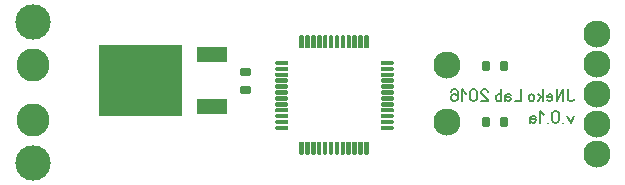
<source format=gbr>
%FSLAX32Y32*%
%MOMM*%
%LNLOETSTOP2*%
G71*
G01*
%ADD10C, 3.00*%
%ADD11C, 2.80*%
%ADD12C, 2.30*%
%ADD13C, 0.00*%
%ADD14C, 2.30*%
%ADD15C, 0.17*%
%LPD*%
X159Y1341D02*
G54D10*
D03*
X159Y151D02*
G54D10*
D03*
X159Y976D02*
G54D11*
D03*
X159Y516D02*
G54D11*
D03*
X4937Y1246D02*
G54D12*
D03*
X4937Y992D02*
G54D12*
D03*
X4937Y738D02*
G54D12*
D03*
X4937Y484D02*
G54D12*
D03*
G36*
X2990Y253D02*
X2970Y253D01*
X2970Y303D01*
X2990Y303D01*
X2990Y253D01*
G37*
G36*
X2990Y1153D02*
X2970Y1153D01*
X2970Y1203D01*
X2990Y1203D01*
X2990Y1153D01*
G37*
G36*
X2940Y253D02*
X2920Y253D01*
X2920Y303D01*
X2940Y303D01*
X2940Y253D01*
G37*
G36*
X2940Y1153D02*
X2920Y1153D01*
X2920Y1203D01*
X2940Y1203D01*
X2940Y1153D01*
G37*
G36*
X2890Y253D02*
X2870Y253D01*
X2870Y303D01*
X2890Y303D01*
X2890Y253D01*
G37*
G36*
X2890Y1153D02*
X2870Y1153D01*
X2870Y1203D01*
X2890Y1203D01*
X2890Y1153D01*
G37*
G36*
X2840Y253D02*
X2820Y253D01*
X2820Y303D01*
X2840Y303D01*
X2840Y253D01*
G37*
G36*
X2840Y1153D02*
X2820Y1153D01*
X2820Y1203D01*
X2840Y1203D01*
X2840Y1153D01*
G37*
G36*
X2790Y253D02*
X2770Y253D01*
X2770Y303D01*
X2790Y303D01*
X2790Y253D01*
G37*
G36*
X2790Y1153D02*
X2770Y1153D01*
X2770Y1203D01*
X2790Y1203D01*
X2790Y1153D01*
G37*
G36*
X2740Y253D02*
X2720Y253D01*
X2720Y303D01*
X2740Y303D01*
X2740Y253D01*
G37*
G36*
X2740Y1153D02*
X2720Y1153D01*
X2720Y1203D01*
X2740Y1203D01*
X2740Y1153D01*
G37*
G36*
X2690Y253D02*
X2670Y253D01*
X2670Y303D01*
X2690Y303D01*
X2690Y253D01*
G37*
G36*
X2690Y1153D02*
X2670Y1153D01*
X2670Y1203D01*
X2690Y1203D01*
X2690Y1153D01*
G37*
G36*
X2640Y253D02*
X2620Y253D01*
X2620Y303D01*
X2640Y303D01*
X2640Y253D01*
G37*
G36*
X2640Y1153D02*
X2620Y1153D01*
X2620Y1203D01*
X2640Y1203D01*
X2640Y1153D01*
G37*
G36*
X2590Y253D02*
X2570Y253D01*
X2570Y303D01*
X2590Y303D01*
X2590Y253D01*
G37*
G36*
X2590Y1153D02*
X2570Y1153D01*
X2570Y1203D01*
X2590Y1203D01*
X2590Y1153D01*
G37*
G36*
X2540Y253D02*
X2520Y253D01*
X2520Y303D01*
X2540Y303D01*
X2540Y253D01*
G37*
G36*
X2540Y1153D02*
X2520Y1153D01*
X2520Y1203D01*
X2540Y1203D01*
X2540Y1153D01*
G37*
G36*
X2490Y253D02*
X2470Y253D01*
X2470Y303D01*
X2490Y303D01*
X2490Y253D01*
G37*
G36*
X2490Y1153D02*
X2470Y1153D01*
X2470Y1203D01*
X2490Y1203D01*
X2490Y1153D01*
G37*
G36*
X2440Y253D02*
X2420Y253D01*
X2420Y303D01*
X2440Y303D01*
X2440Y253D01*
G37*
G36*
X2440Y1153D02*
X2420Y1153D01*
X2420Y1203D01*
X2440Y1203D01*
X2440Y1153D01*
G37*
G36*
X3180Y463D02*
X3180Y443D01*
X3130Y443D01*
X3130Y463D01*
X3180Y463D01*
G37*
G36*
X2280Y463D02*
X2280Y443D01*
X2230Y443D01*
X2230Y463D01*
X2280Y463D01*
G37*
G36*
X3180Y513D02*
X3180Y493D01*
X3130Y493D01*
X3130Y513D01*
X3180Y513D01*
G37*
G36*
X2280Y513D02*
X2280Y493D01*
X2230Y493D01*
X2230Y513D01*
X2280Y513D01*
G37*
G36*
X3180Y563D02*
X3180Y543D01*
X3130Y543D01*
X3130Y563D01*
X3180Y563D01*
G37*
G36*
X2280Y563D02*
X2280Y543D01*
X2230Y543D01*
X2230Y563D01*
X2280Y563D01*
G37*
G36*
X3180Y613D02*
X3180Y593D01*
X3130Y593D01*
X3130Y613D01*
X3180Y613D01*
G37*
G36*
X2280Y613D02*
X2280Y593D01*
X2230Y593D01*
X2230Y613D01*
X2280Y613D01*
G37*
G36*
X3180Y663D02*
X3180Y643D01*
X3130Y643D01*
X3130Y663D01*
X3180Y663D01*
G37*
G36*
X2280Y663D02*
X2280Y643D01*
X2230Y643D01*
X2230Y663D01*
X2280Y663D01*
G37*
G36*
X3180Y713D02*
X3180Y693D01*
X3130Y693D01*
X3130Y713D01*
X3180Y713D01*
G37*
G36*
X2280Y713D02*
X2280Y693D01*
X2230Y693D01*
X2230Y713D01*
X2280Y713D01*
G37*
G36*
X3180Y763D02*
X3180Y743D01*
X3130Y743D01*
X3130Y763D01*
X3180Y763D01*
G37*
G36*
X2280Y763D02*
X2280Y743D01*
X2230Y743D01*
X2230Y763D01*
X2280Y763D01*
G37*
G36*
X3180Y813D02*
X3180Y793D01*
X3130Y793D01*
X3130Y813D01*
X3180Y813D01*
G37*
G36*
X2280Y813D02*
X2280Y793D01*
X2230Y793D01*
X2230Y813D01*
X2280Y813D01*
G37*
G36*
X3180Y863D02*
X3180Y843D01*
X3130Y843D01*
X3130Y863D01*
X3180Y863D01*
G37*
G36*
X2280Y863D02*
X2280Y843D01*
X2230Y843D01*
X2230Y863D01*
X2280Y863D01*
G37*
G36*
X3180Y913D02*
X3180Y893D01*
X3130Y893D01*
X3130Y913D01*
X3180Y913D01*
G37*
G36*
X2280Y913D02*
X2280Y893D01*
X2230Y893D01*
X2230Y913D01*
X2280Y913D01*
G37*
G36*
X3180Y963D02*
X3180Y943D01*
X3130Y943D01*
X3130Y963D01*
X3180Y963D01*
G37*
G36*
X2280Y963D02*
X2280Y943D01*
X2230Y943D01*
X2230Y963D01*
X2280Y963D01*
G37*
G36*
X3180Y1013D02*
X3180Y993D01*
X3130Y993D01*
X3130Y1013D01*
X3180Y1013D01*
G37*
G36*
X2280Y1013D02*
X2280Y993D01*
X2230Y993D01*
X2230Y1013D01*
X2280Y1013D01*
G37*
G36*
X2210Y444D02*
X2218Y436D01*
X2306Y436D01*
X2310Y440D01*
X2310Y462D01*
X2306Y466D01*
X2218Y466D01*
X2210Y458D01*
X2210Y444D01*
G37*
G54D13*
X2210Y444D02*
X2218Y436D01*
X2306Y436D01*
X2310Y440D01*
X2310Y462D01*
X2306Y466D01*
X2218Y466D01*
X2210Y458D01*
X2210Y444D01*
G36*
X2210Y494D02*
X2218Y486D01*
X2306Y486D01*
X2310Y490D01*
X2310Y512D01*
X2306Y516D01*
X2218Y516D01*
X2210Y508D01*
X2210Y494D01*
G37*
G54D13*
X2210Y494D02*
X2218Y486D01*
X2306Y486D01*
X2310Y490D01*
X2310Y512D01*
X2306Y516D01*
X2218Y516D01*
X2210Y508D01*
X2210Y494D01*
G36*
X2210Y544D02*
X2218Y536D01*
X2306Y536D01*
X2310Y540D01*
X2310Y562D01*
X2306Y566D01*
X2218Y566D01*
X2210Y558D01*
X2210Y544D01*
G37*
G54D13*
X2210Y544D02*
X2218Y536D01*
X2306Y536D01*
X2310Y540D01*
X2310Y562D01*
X2306Y566D01*
X2218Y566D01*
X2210Y558D01*
X2210Y544D01*
G36*
X2210Y594D02*
X2218Y586D01*
X2306Y586D01*
X2310Y590D01*
X2310Y612D01*
X2306Y616D01*
X2218Y616D01*
X2210Y608D01*
X2210Y594D01*
G37*
G54D13*
X2210Y594D02*
X2218Y586D01*
X2306Y586D01*
X2310Y590D01*
X2310Y612D01*
X2306Y616D01*
X2218Y616D01*
X2210Y608D01*
X2210Y594D01*
G36*
X2210Y644D02*
X2218Y636D01*
X2306Y636D01*
X2310Y640D01*
X2310Y662D01*
X2306Y666D01*
X2218Y666D01*
X2210Y658D01*
X2210Y644D01*
G37*
G54D13*
X2210Y644D02*
X2218Y636D01*
X2306Y636D01*
X2310Y640D01*
X2310Y662D01*
X2306Y666D01*
X2218Y666D01*
X2210Y658D01*
X2210Y644D01*
G36*
X2210Y694D02*
X2218Y686D01*
X2306Y686D01*
X2310Y690D01*
X2310Y712D01*
X2306Y716D01*
X2218Y716D01*
X2210Y708D01*
X2210Y694D01*
G37*
G54D13*
X2210Y694D02*
X2218Y686D01*
X2306Y686D01*
X2310Y690D01*
X2310Y712D01*
X2306Y716D01*
X2218Y716D01*
X2210Y708D01*
X2210Y694D01*
G36*
X2210Y744D02*
X2218Y736D01*
X2306Y736D01*
X2310Y740D01*
X2310Y762D01*
X2306Y766D01*
X2218Y766D01*
X2210Y758D01*
X2210Y744D01*
G37*
G54D13*
X2210Y744D02*
X2218Y736D01*
X2306Y736D01*
X2310Y740D01*
X2310Y762D01*
X2306Y766D01*
X2218Y766D01*
X2210Y758D01*
X2210Y744D01*
G36*
X2210Y794D02*
X2218Y786D01*
X2306Y786D01*
X2310Y790D01*
X2310Y812D01*
X2306Y816D01*
X2218Y816D01*
X2210Y808D01*
X2210Y794D01*
G37*
G54D13*
X2210Y794D02*
X2218Y786D01*
X2306Y786D01*
X2310Y790D01*
X2310Y812D01*
X2306Y816D01*
X2218Y816D01*
X2210Y808D01*
X2210Y794D01*
G36*
X2210Y844D02*
X2218Y836D01*
X2306Y836D01*
X2310Y840D01*
X2310Y862D01*
X2306Y866D01*
X2218Y866D01*
X2210Y858D01*
X2210Y844D01*
G37*
G54D13*
X2210Y844D02*
X2218Y836D01*
X2306Y836D01*
X2310Y840D01*
X2310Y862D01*
X2306Y866D01*
X2218Y866D01*
X2210Y858D01*
X2210Y844D01*
G36*
X2210Y894D02*
X2218Y886D01*
X2306Y886D01*
X2310Y890D01*
X2310Y912D01*
X2306Y916D01*
X2218Y916D01*
X2210Y908D01*
X2210Y894D01*
G37*
G54D13*
X2210Y894D02*
X2218Y886D01*
X2306Y886D01*
X2310Y890D01*
X2310Y912D01*
X2306Y916D01*
X2218Y916D01*
X2210Y908D01*
X2210Y894D01*
G36*
X2210Y944D02*
X2218Y936D01*
X2306Y936D01*
X2310Y940D01*
X2310Y962D01*
X2306Y966D01*
X2218Y966D01*
X2210Y958D01*
X2210Y944D01*
G37*
G54D13*
X2210Y944D02*
X2218Y936D01*
X2306Y936D01*
X2310Y940D01*
X2310Y962D01*
X2306Y966D01*
X2218Y966D01*
X2210Y958D01*
X2210Y944D01*
G36*
X2210Y994D02*
X2218Y986D01*
X2306Y986D01*
X2310Y990D01*
X2310Y1012D01*
X2306Y1016D01*
X2218Y1016D01*
X2210Y1008D01*
X2210Y994D01*
G37*
G54D13*
X2210Y994D02*
X2218Y986D01*
X2306Y986D01*
X2310Y990D01*
X2310Y1012D01*
X2306Y1016D01*
X2218Y1016D01*
X2210Y1008D01*
X2210Y994D01*
G36*
X2425Y1230D02*
X2417Y1222D01*
X2417Y1134D01*
X2421Y1130D01*
X2443Y1130D01*
X2447Y1134D01*
X2447Y1222D01*
X2439Y1230D01*
X2425Y1230D01*
G37*
G54D13*
X2425Y1230D02*
X2417Y1222D01*
X2417Y1134D01*
X2421Y1130D01*
X2443Y1130D01*
X2447Y1134D01*
X2447Y1222D01*
X2439Y1230D01*
X2425Y1230D01*
G36*
X2475Y1230D02*
X2467Y1222D01*
X2467Y1134D01*
X2471Y1130D01*
X2493Y1130D01*
X2497Y1134D01*
X2497Y1222D01*
X2489Y1230D01*
X2475Y1230D01*
G37*
G54D13*
X2475Y1230D02*
X2467Y1222D01*
X2467Y1134D01*
X2471Y1130D01*
X2493Y1130D01*
X2497Y1134D01*
X2497Y1222D01*
X2489Y1230D01*
X2475Y1230D01*
G36*
X2525Y1230D02*
X2517Y1222D01*
X2517Y1134D01*
X2521Y1130D01*
X2543Y1130D01*
X2547Y1134D01*
X2547Y1222D01*
X2539Y1230D01*
X2525Y1230D01*
G37*
G54D13*
X2525Y1230D02*
X2517Y1222D01*
X2517Y1134D01*
X2521Y1130D01*
X2543Y1130D01*
X2547Y1134D01*
X2547Y1222D01*
X2539Y1230D01*
X2525Y1230D01*
G36*
X2575Y1230D02*
X2567Y1222D01*
X2567Y1134D01*
X2571Y1130D01*
X2593Y1130D01*
X2597Y1134D01*
X2597Y1222D01*
X2589Y1230D01*
X2575Y1230D01*
G37*
G54D13*
X2575Y1230D02*
X2567Y1222D01*
X2567Y1134D01*
X2571Y1130D01*
X2593Y1130D01*
X2597Y1134D01*
X2597Y1222D01*
X2589Y1230D01*
X2575Y1230D01*
G36*
X2625Y1230D02*
X2617Y1222D01*
X2617Y1134D01*
X2621Y1130D01*
X2643Y1130D01*
X2647Y1134D01*
X2647Y1222D01*
X2639Y1230D01*
X2625Y1230D01*
G37*
G54D13*
X2625Y1230D02*
X2617Y1222D01*
X2617Y1134D01*
X2621Y1130D01*
X2643Y1130D01*
X2647Y1134D01*
X2647Y1222D01*
X2639Y1230D01*
X2625Y1230D01*
G36*
X2675Y1230D02*
X2667Y1222D01*
X2667Y1134D01*
X2671Y1130D01*
X2693Y1130D01*
X2697Y1134D01*
X2697Y1222D01*
X2689Y1230D01*
X2675Y1230D01*
G37*
G54D13*
X2675Y1230D02*
X2667Y1222D01*
X2667Y1134D01*
X2671Y1130D01*
X2693Y1130D01*
X2697Y1134D01*
X2697Y1222D01*
X2689Y1230D01*
X2675Y1230D01*
G36*
X2725Y1230D02*
X2717Y1222D01*
X2717Y1134D01*
X2721Y1130D01*
X2743Y1130D01*
X2747Y1134D01*
X2747Y1222D01*
X2739Y1230D01*
X2725Y1230D01*
G37*
G54D13*
X2725Y1230D02*
X2717Y1222D01*
X2717Y1134D01*
X2721Y1130D01*
X2743Y1130D01*
X2747Y1134D01*
X2747Y1222D01*
X2739Y1230D01*
X2725Y1230D01*
G36*
X2775Y1230D02*
X2767Y1222D01*
X2767Y1134D01*
X2771Y1130D01*
X2793Y1130D01*
X2797Y1134D01*
X2797Y1222D01*
X2789Y1230D01*
X2775Y1230D01*
G37*
G54D13*
X2775Y1230D02*
X2767Y1222D01*
X2767Y1134D01*
X2771Y1130D01*
X2793Y1130D01*
X2797Y1134D01*
X2797Y1222D01*
X2789Y1230D01*
X2775Y1230D01*
G36*
X2825Y1230D02*
X2817Y1222D01*
X2817Y1134D01*
X2821Y1130D01*
X2843Y1130D01*
X2847Y1134D01*
X2847Y1222D01*
X2839Y1230D01*
X2825Y1230D01*
G37*
G54D13*
X2825Y1230D02*
X2817Y1222D01*
X2817Y1134D01*
X2821Y1130D01*
X2843Y1130D01*
X2847Y1134D01*
X2847Y1222D01*
X2839Y1230D01*
X2825Y1230D01*
G36*
X2875Y1230D02*
X2867Y1222D01*
X2867Y1134D01*
X2871Y1130D01*
X2893Y1130D01*
X2897Y1134D01*
X2897Y1222D01*
X2889Y1230D01*
X2875Y1230D01*
G37*
G54D13*
X2875Y1230D02*
X2867Y1222D01*
X2867Y1134D01*
X2871Y1130D01*
X2893Y1130D01*
X2897Y1134D01*
X2897Y1222D01*
X2889Y1230D01*
X2875Y1230D01*
G36*
X2925Y1230D02*
X2917Y1222D01*
X2917Y1134D01*
X2921Y1130D01*
X2943Y1130D01*
X2947Y1134D01*
X2947Y1222D01*
X2939Y1230D01*
X2925Y1230D01*
G37*
G54D13*
X2925Y1230D02*
X2917Y1222D01*
X2917Y1134D01*
X2921Y1130D01*
X2943Y1130D01*
X2947Y1134D01*
X2947Y1222D01*
X2939Y1230D01*
X2925Y1230D01*
G36*
X2975Y1230D02*
X2967Y1222D01*
X2967Y1134D01*
X2971Y1130D01*
X2993Y1130D01*
X2997Y1134D01*
X2997Y1222D01*
X2989Y1230D01*
X2975Y1230D01*
G37*
G54D13*
X2975Y1230D02*
X2967Y1222D01*
X2967Y1134D01*
X2971Y1130D01*
X2993Y1130D01*
X2997Y1134D01*
X2997Y1222D01*
X2989Y1230D01*
X2975Y1230D01*
G36*
X3210Y1008D02*
X3202Y1016D01*
X3114Y1016D01*
X3110Y1012D01*
X3110Y990D01*
X3114Y986D01*
X3202Y986D01*
X3210Y994D01*
X3210Y1008D01*
G37*
G54D13*
X3210Y1008D02*
X3202Y1016D01*
X3114Y1016D01*
X3110Y1012D01*
X3110Y990D01*
X3114Y986D01*
X3202Y986D01*
X3210Y994D01*
X3210Y1008D01*
G36*
X3210Y958D02*
X3202Y966D01*
X3114Y966D01*
X3110Y962D01*
X3110Y940D01*
X3114Y936D01*
X3202Y936D01*
X3210Y944D01*
X3210Y958D01*
G37*
G54D13*
X3210Y958D02*
X3202Y966D01*
X3114Y966D01*
X3110Y962D01*
X3110Y940D01*
X3114Y936D01*
X3202Y936D01*
X3210Y944D01*
X3210Y958D01*
G36*
X3210Y908D02*
X3202Y916D01*
X3114Y916D01*
X3110Y912D01*
X3110Y890D01*
X3114Y886D01*
X3202Y886D01*
X3210Y894D01*
X3210Y908D01*
G37*
G54D13*
X3210Y908D02*
X3202Y916D01*
X3114Y916D01*
X3110Y912D01*
X3110Y890D01*
X3114Y886D01*
X3202Y886D01*
X3210Y894D01*
X3210Y908D01*
G36*
X3210Y858D02*
X3202Y866D01*
X3114Y866D01*
X3110Y862D01*
X3110Y840D01*
X3114Y836D01*
X3202Y836D01*
X3210Y844D01*
X3210Y858D01*
G37*
G54D13*
X3210Y858D02*
X3202Y866D01*
X3114Y866D01*
X3110Y862D01*
X3110Y840D01*
X3114Y836D01*
X3202Y836D01*
X3210Y844D01*
X3210Y858D01*
G36*
X3210Y808D02*
X3202Y816D01*
X3114Y816D01*
X3110Y812D01*
X3110Y790D01*
X3114Y786D01*
X3202Y786D01*
X3210Y794D01*
X3210Y808D01*
G37*
G54D13*
X3210Y808D02*
X3202Y816D01*
X3114Y816D01*
X3110Y812D01*
X3110Y790D01*
X3114Y786D01*
X3202Y786D01*
X3210Y794D01*
X3210Y808D01*
G36*
X3210Y758D02*
X3202Y766D01*
X3114Y766D01*
X3110Y762D01*
X3110Y740D01*
X3114Y736D01*
X3202Y736D01*
X3210Y744D01*
X3210Y758D01*
G37*
G54D13*
X3210Y758D02*
X3202Y766D01*
X3114Y766D01*
X3110Y762D01*
X3110Y740D01*
X3114Y736D01*
X3202Y736D01*
X3210Y744D01*
X3210Y758D01*
G36*
X3210Y708D02*
X3202Y716D01*
X3114Y716D01*
X3110Y712D01*
X3110Y690D01*
X3114Y686D01*
X3202Y686D01*
X3210Y694D01*
X3210Y708D01*
G37*
G54D13*
X3210Y708D02*
X3202Y716D01*
X3114Y716D01*
X3110Y712D01*
X3110Y690D01*
X3114Y686D01*
X3202Y686D01*
X3210Y694D01*
X3210Y708D01*
G36*
X3210Y658D02*
X3202Y666D01*
X3114Y666D01*
X3110Y662D01*
X3110Y640D01*
X3114Y636D01*
X3202Y636D01*
X3210Y644D01*
X3210Y658D01*
G37*
G54D13*
X3210Y658D02*
X3202Y666D01*
X3114Y666D01*
X3110Y662D01*
X3110Y640D01*
X3114Y636D01*
X3202Y636D01*
X3210Y644D01*
X3210Y658D01*
G36*
X3210Y608D02*
X3202Y616D01*
X3114Y616D01*
X3110Y612D01*
X3110Y590D01*
X3114Y586D01*
X3202Y586D01*
X3210Y594D01*
X3210Y608D01*
G37*
G54D13*
X3210Y608D02*
X3202Y616D01*
X3114Y616D01*
X3110Y612D01*
X3110Y590D01*
X3114Y586D01*
X3202Y586D01*
X3210Y594D01*
X3210Y608D01*
G36*
X3210Y558D02*
X3202Y566D01*
X3114Y566D01*
X3110Y562D01*
X3110Y540D01*
X3114Y536D01*
X3202Y536D01*
X3210Y544D01*
X3210Y558D01*
G37*
G54D13*
X3210Y558D02*
X3202Y566D01*
X3114Y566D01*
X3110Y562D01*
X3110Y540D01*
X3114Y536D01*
X3202Y536D01*
X3210Y544D01*
X3210Y558D01*
G36*
X3210Y508D02*
X3202Y516D01*
X3114Y516D01*
X3110Y512D01*
X3110Y490D01*
X3114Y486D01*
X3202Y486D01*
X3210Y494D01*
X3210Y508D01*
G37*
G54D13*
X3210Y508D02*
X3202Y516D01*
X3114Y516D01*
X3110Y512D01*
X3110Y490D01*
X3114Y486D01*
X3202Y486D01*
X3210Y494D01*
X3210Y508D01*
G36*
X3210Y458D02*
X3202Y466D01*
X3114Y466D01*
X3110Y462D01*
X3110Y440D01*
X3114Y436D01*
X3202Y436D01*
X3210Y444D01*
X3210Y458D01*
G37*
G54D13*
X3210Y458D02*
X3202Y466D01*
X3114Y466D01*
X3110Y462D01*
X3110Y440D01*
X3114Y436D01*
X3202Y436D01*
X3210Y444D01*
X3210Y458D01*
G36*
X2988Y230D02*
X2996Y238D01*
X2996Y326D01*
X2992Y330D01*
X2970Y330D01*
X2966Y326D01*
X2966Y238D01*
X2974Y230D01*
X2988Y230D01*
G37*
G54D13*
X2988Y230D02*
X2996Y238D01*
X2996Y326D01*
X2992Y330D01*
X2970Y330D01*
X2966Y326D01*
X2966Y238D01*
X2974Y230D01*
X2988Y230D01*
G36*
X2938Y230D02*
X2946Y238D01*
X2946Y326D01*
X2942Y330D01*
X2920Y330D01*
X2916Y326D01*
X2916Y238D01*
X2924Y230D01*
X2938Y230D01*
G37*
G54D13*
X2938Y230D02*
X2946Y238D01*
X2946Y326D01*
X2942Y330D01*
X2920Y330D01*
X2916Y326D01*
X2916Y238D01*
X2924Y230D01*
X2938Y230D01*
G36*
X2888Y230D02*
X2896Y238D01*
X2896Y326D01*
X2892Y330D01*
X2870Y330D01*
X2866Y326D01*
X2866Y238D01*
X2874Y230D01*
X2888Y230D01*
G37*
G54D13*
X2888Y230D02*
X2896Y238D01*
X2896Y326D01*
X2892Y330D01*
X2870Y330D01*
X2866Y326D01*
X2866Y238D01*
X2874Y230D01*
X2888Y230D01*
G36*
X2838Y230D02*
X2846Y238D01*
X2846Y326D01*
X2842Y330D01*
X2820Y330D01*
X2816Y326D01*
X2816Y238D01*
X2824Y230D01*
X2838Y230D01*
G37*
G54D13*
X2838Y230D02*
X2846Y238D01*
X2846Y326D01*
X2842Y330D01*
X2820Y330D01*
X2816Y326D01*
X2816Y238D01*
X2824Y230D01*
X2838Y230D01*
G36*
X2788Y230D02*
X2796Y238D01*
X2796Y326D01*
X2792Y330D01*
X2770Y330D01*
X2766Y326D01*
X2766Y238D01*
X2774Y230D01*
X2788Y230D01*
G37*
G54D13*
X2788Y230D02*
X2796Y238D01*
X2796Y326D01*
X2792Y330D01*
X2770Y330D01*
X2766Y326D01*
X2766Y238D01*
X2774Y230D01*
X2788Y230D01*
G36*
X2738Y230D02*
X2746Y238D01*
X2746Y326D01*
X2742Y330D01*
X2720Y330D01*
X2716Y326D01*
X2716Y238D01*
X2724Y230D01*
X2738Y230D01*
G37*
G54D13*
X2738Y230D02*
X2746Y238D01*
X2746Y326D01*
X2742Y330D01*
X2720Y330D01*
X2716Y326D01*
X2716Y238D01*
X2724Y230D01*
X2738Y230D01*
G36*
X2688Y230D02*
X2696Y238D01*
X2696Y326D01*
X2692Y330D01*
X2670Y330D01*
X2666Y326D01*
X2666Y238D01*
X2674Y230D01*
X2688Y230D01*
G37*
G54D13*
X2688Y230D02*
X2696Y238D01*
X2696Y326D01*
X2692Y330D01*
X2670Y330D01*
X2666Y326D01*
X2666Y238D01*
X2674Y230D01*
X2688Y230D01*
G36*
X2638Y230D02*
X2646Y238D01*
X2646Y326D01*
X2642Y330D01*
X2620Y330D01*
X2616Y326D01*
X2616Y238D01*
X2624Y230D01*
X2638Y230D01*
G37*
G54D13*
X2638Y230D02*
X2646Y238D01*
X2646Y326D01*
X2642Y330D01*
X2620Y330D01*
X2616Y326D01*
X2616Y238D01*
X2624Y230D01*
X2638Y230D01*
G36*
X2588Y230D02*
X2596Y238D01*
X2596Y326D01*
X2592Y330D01*
X2570Y330D01*
X2566Y326D01*
X2566Y238D01*
X2574Y230D01*
X2588Y230D01*
G37*
G54D13*
X2588Y230D02*
X2596Y238D01*
X2596Y326D01*
X2592Y330D01*
X2570Y330D01*
X2566Y326D01*
X2566Y238D01*
X2574Y230D01*
X2588Y230D01*
G36*
X2538Y230D02*
X2546Y238D01*
X2546Y326D01*
X2542Y330D01*
X2520Y330D01*
X2516Y326D01*
X2516Y238D01*
X2524Y230D01*
X2538Y230D01*
G37*
G54D13*
X2538Y230D02*
X2546Y238D01*
X2546Y326D01*
X2542Y330D01*
X2520Y330D01*
X2516Y326D01*
X2516Y238D01*
X2524Y230D01*
X2538Y230D01*
G36*
X2488Y230D02*
X2496Y238D01*
X2496Y326D01*
X2492Y330D01*
X2470Y330D01*
X2466Y326D01*
X2466Y238D01*
X2474Y230D01*
X2488Y230D01*
G37*
G54D13*
X2488Y230D02*
X2496Y238D01*
X2496Y326D01*
X2492Y330D01*
X2470Y330D01*
X2466Y326D01*
X2466Y238D01*
X2474Y230D01*
X2488Y230D01*
G36*
X2438Y230D02*
X2446Y238D01*
X2446Y326D01*
X2442Y330D01*
X2420Y330D01*
X2416Y326D01*
X2416Y238D01*
X2424Y230D01*
X2438Y230D01*
G37*
G54D13*
X2438Y230D02*
X2446Y238D01*
X2446Y326D01*
X2442Y330D01*
X2420Y330D01*
X2416Y326D01*
X2416Y238D01*
X2424Y230D01*
X2438Y230D01*
X3666Y983D02*
G54D14*
D03*
X3666Y499D02*
G54D14*
D03*
G36*
X4173Y1006D02*
X4163Y1016D01*
X4123Y1016D01*
X4113Y1006D01*
X4113Y946D01*
X4123Y936D01*
X4163Y936D01*
X4173Y946D01*
X4173Y1006D01*
G37*
G54D13*
X4173Y1006D02*
X4163Y1016D01*
X4123Y1016D01*
X4113Y1006D01*
X4113Y946D01*
X4123Y936D01*
X4163Y936D01*
X4173Y946D01*
X4173Y1006D01*
G36*
X4168Y951D02*
X4118Y951D01*
X4118Y1001D01*
X4168Y1001D01*
X4168Y951D01*
G37*
G36*
X4023Y951D02*
X3973Y951D01*
X3973Y1001D01*
X4023Y1001D01*
X4023Y951D01*
G37*
G36*
X4023Y1006D02*
X4013Y1016D01*
X3973Y1016D01*
X3963Y1006D01*
X3963Y946D01*
X3973Y936D01*
X4013Y936D01*
X4023Y946D01*
X4023Y1006D01*
G37*
G54D13*
X4023Y1006D02*
X4013Y1016D01*
X3973Y1016D01*
X3963Y1006D01*
X3963Y946D01*
X3973Y936D01*
X4013Y936D01*
X4023Y946D01*
X4023Y1006D01*
G36*
X4173Y530D02*
X4163Y540D01*
X4123Y540D01*
X4113Y530D01*
X4113Y470D01*
X4123Y460D01*
X4163Y460D01*
X4173Y470D01*
X4173Y530D01*
G37*
G54D13*
X4173Y530D02*
X4163Y540D01*
X4123Y540D01*
X4113Y530D01*
X4113Y470D01*
X4123Y460D01*
X4163Y460D01*
X4173Y470D01*
X4173Y530D01*
G36*
X4168Y475D02*
X4118Y475D01*
X4118Y525D01*
X4168Y525D01*
X4168Y475D01*
G37*
G36*
X4023Y475D02*
X3973Y475D01*
X3973Y525D01*
X4023Y525D01*
X4023Y475D01*
G37*
G36*
X4023Y530D02*
X4013Y540D01*
X3973Y540D01*
X3963Y530D01*
X3963Y470D01*
X3973Y460D01*
X4013Y460D01*
X4023Y470D01*
X4023Y530D01*
G37*
G54D13*
X4023Y530D02*
X4013Y540D01*
X3973Y540D01*
X3963Y530D01*
X3963Y470D01*
X3973Y460D01*
X4013Y460D01*
X4023Y470D01*
X4023Y530D01*
X4937Y230D02*
G54D12*
D03*
G36*
X1986Y745D02*
X1996Y755D01*
X1996Y795D01*
X1986Y805D01*
X1926Y805D01*
X1916Y795D01*
X1916Y755D01*
X1926Y745D01*
X1986Y745D01*
G37*
G54D13*
X1986Y745D02*
X1996Y755D01*
X1996Y795D01*
X1986Y805D01*
X1926Y805D01*
X1916Y795D01*
X1916Y755D01*
X1926Y745D01*
X1986Y745D01*
G36*
X1931Y749D02*
X1931Y799D01*
X1981Y799D01*
X1981Y749D01*
X1931Y749D01*
G37*
G36*
X1931Y894D02*
X1931Y944D01*
X1981Y944D01*
X1981Y894D01*
X1931Y894D01*
G37*
G36*
X1986Y895D02*
X1996Y905D01*
X1996Y945D01*
X1986Y955D01*
X1926Y955D01*
X1916Y945D01*
X1916Y905D01*
X1926Y895D01*
X1986Y895D01*
G37*
G54D13*
X1986Y895D02*
X1996Y905D01*
X1996Y945D01*
X1986Y955D01*
X1926Y955D01*
X1916Y945D01*
X1916Y905D01*
X1926Y895D01*
X1986Y895D01*
G36*
X1422Y548D02*
X722Y548D01*
X722Y1148D01*
X1422Y1148D01*
X1422Y548D01*
G37*
G36*
X1802Y1007D02*
X1548Y1007D01*
X1548Y1134D01*
X1802Y1134D01*
X1802Y1007D01*
G37*
G36*
X1802Y562D02*
X1548Y562D01*
X1548Y689D01*
X1802Y689D01*
X1802Y562D01*
G37*
G54D15*
X4688Y773D02*
X4688Y693D01*
X4695Y681D01*
X4710Y675D01*
X4724Y675D01*
X4739Y681D01*
X4746Y693D01*
G54D15*
X4653Y675D02*
X4653Y773D01*
X4595Y675D01*
X4595Y773D01*
G54D15*
X4516Y681D02*
X4528Y675D01*
X4543Y675D01*
X4557Y681D01*
X4560Y693D01*
X4560Y714D01*
X4553Y726D01*
X4538Y730D01*
X4524Y726D01*
X4516Y718D01*
X4516Y705D01*
X4560Y705D01*
G54D15*
X4482Y675D02*
X4482Y773D01*
G54D15*
X4460Y712D02*
X4438Y675D01*
G54D15*
X4482Y699D02*
X4438Y730D01*
G54D15*
X4360Y690D02*
X4360Y714D01*
X4368Y726D01*
X4382Y730D01*
X4397Y726D01*
X4404Y714D01*
X4404Y690D01*
X4397Y677D01*
X4382Y675D01*
X4368Y677D01*
X4360Y690D01*
G54D15*
X4291Y773D02*
X4291Y675D01*
X4240Y675D01*
G54D15*
X4206Y724D02*
X4192Y730D01*
X4174Y730D01*
X4162Y718D01*
X4162Y675D01*
G54D15*
X4162Y693D02*
X4170Y705D01*
X4184Y708D01*
X4199Y705D01*
X4206Y693D01*
X4203Y681D01*
X4192Y675D01*
X4184Y675D01*
X4181Y675D01*
X4170Y681D01*
X4162Y693D01*
G54D15*
X4128Y675D02*
X4128Y773D01*
G54D15*
X4128Y714D02*
X4121Y726D01*
X4106Y730D01*
X4092Y726D01*
X4084Y714D01*
X4084Y690D01*
X4092Y677D01*
X4106Y675D01*
X4121Y677D01*
X4128Y690D01*
G54D15*
X3957Y675D02*
X4015Y675D01*
X4015Y681D01*
X4008Y693D01*
X3964Y730D01*
X3957Y742D01*
X3957Y754D01*
X3964Y767D01*
X3979Y773D01*
X3993Y773D01*
X4008Y767D01*
X4015Y754D01*
G54D15*
X3864Y754D02*
X3864Y693D01*
X3871Y681D01*
X3886Y675D01*
X3900Y675D01*
X3915Y681D01*
X3922Y693D01*
X3922Y754D01*
X3915Y767D01*
X3900Y773D01*
X3886Y773D01*
X3871Y767D01*
X3864Y754D01*
G54D15*
X3829Y736D02*
X3793Y773D01*
X3793Y675D01*
G54D15*
X3700Y754D02*
X3707Y767D01*
X3722Y773D01*
X3736Y773D01*
X3751Y767D01*
X3758Y754D01*
X3758Y724D01*
X3758Y718D01*
X3736Y730D01*
X3722Y730D01*
X3707Y724D01*
X3700Y712D01*
X3700Y693D01*
X3707Y681D01*
X3722Y675D01*
X3736Y675D01*
X3751Y681D01*
X3758Y693D01*
X3758Y724D01*
G54D15*
X4743Y547D02*
X4714Y492D01*
X4684Y547D01*
G54D15*
X4650Y492D02*
X4650Y492D01*
G54D15*
X4557Y572D02*
X4557Y511D01*
X4565Y498D01*
X4579Y492D01*
X4594Y492D01*
X4609Y498D01*
X4616Y511D01*
X4616Y572D01*
X4609Y584D01*
X4594Y590D01*
X4579Y590D01*
X4565Y584D01*
X4557Y572D01*
G54D15*
X4523Y492D02*
X4523Y492D01*
G54D15*
X4489Y553D02*
X4452Y590D01*
X4452Y492D01*
G54D15*
X4418Y541D02*
X4403Y547D01*
X4386Y547D01*
X4374Y535D01*
X4374Y492D01*
G54D15*
X4374Y511D02*
X4381Y523D01*
X4396Y525D01*
X4411Y523D01*
X4418Y511D01*
X4415Y498D01*
X4403Y492D01*
X4396Y492D01*
X4393Y492D01*
X4381Y498D01*
X4374Y511D01*
M02*

</source>
